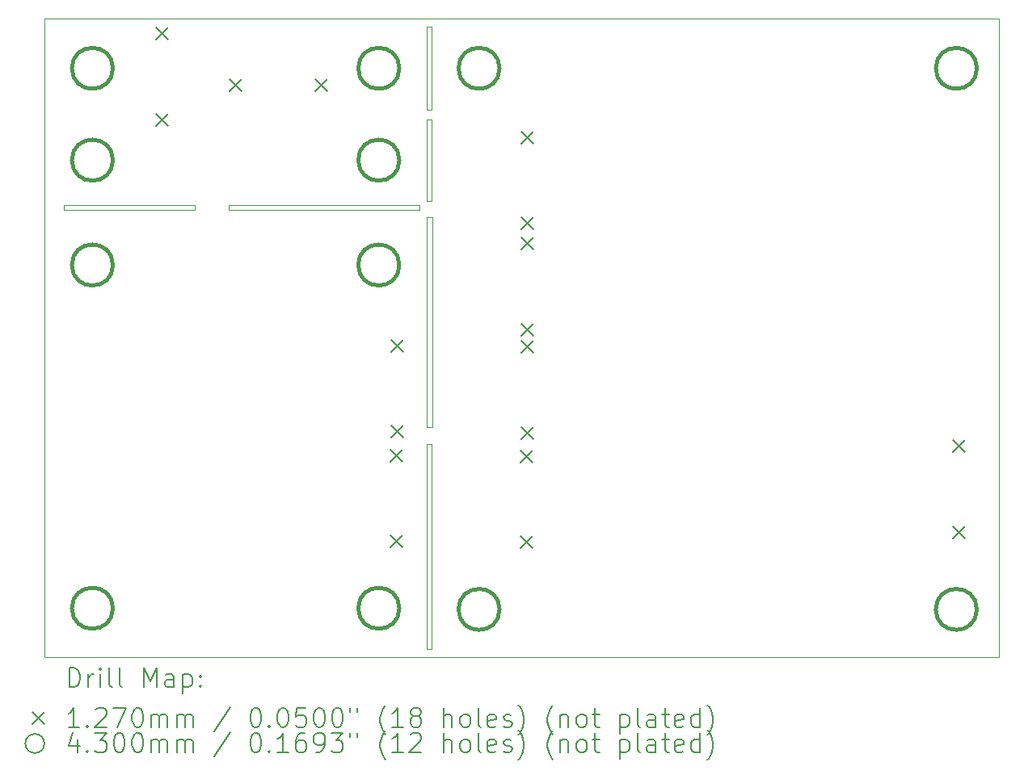
<source format=gbr>
%TF.GenerationSoftware,KiCad,Pcbnew,9.0.1*%
%TF.CreationDate,2025-11-10T14:14:14+08:00*%
%TF.ProjectId,IMD_TSMS_latch_logic,494d445f-5453-44d5-935f-6c617463685f,rev?*%
%TF.SameCoordinates,Original*%
%TF.FileFunction,Drillmap*%
%TF.FilePolarity,Positive*%
%FSLAX45Y45*%
G04 Gerber Fmt 4.5, Leading zero omitted, Abs format (unit mm)*
G04 Created by KiCad (PCBNEW 9.0.1) date 2025-11-10 14:14:14*
%MOMM*%
%LPD*%
G01*
G04 APERTURE LIST*
%ADD10C,0.050000*%
%ADD11C,0.200000*%
%ADD12C,0.127000*%
%ADD13C,0.430000*%
G04 APERTURE END LIST*
D10*
X9925000Y-8975000D02*
X11925000Y-8975000D01*
X11925000Y-9025000D01*
X9925000Y-9025000D01*
X9925000Y-8975000D01*
X8200000Y-8975000D02*
X9575000Y-8975000D01*
X9575000Y-9025000D01*
X8200000Y-9025000D01*
X8200000Y-8975000D01*
X12000000Y-11475000D02*
X12050000Y-11475000D01*
X12050000Y-13625000D01*
X12000000Y-13625000D01*
X12000000Y-11475000D01*
X8000000Y-7012000D02*
X18000000Y-7012000D01*
X18000000Y-13712000D01*
X8000000Y-13712000D01*
X8000000Y-7012000D01*
X12000000Y-9100000D02*
X12065040Y-9100000D01*
X12065040Y-11300000D01*
X12000000Y-11300000D01*
X12000000Y-9100000D01*
X12000000Y-8075000D02*
X12050000Y-8075000D01*
X12050000Y-8925000D01*
X12000000Y-8925000D01*
X12000000Y-8075000D01*
X12000000Y-7100000D02*
X12050000Y-7100000D01*
X12050000Y-7975000D01*
X12000000Y-7975000D01*
X12000000Y-7100000D01*
D11*
D12*
X9165500Y-7111500D02*
X9292500Y-7238500D01*
X9292500Y-7111500D02*
X9165500Y-7238500D01*
X9165500Y-8011500D02*
X9292500Y-8138500D01*
X9292500Y-8011500D02*
X9165500Y-8138500D01*
X9936500Y-7649000D02*
X10063500Y-7776000D01*
X10063500Y-7649000D02*
X9936500Y-7776000D01*
X10836500Y-7649000D02*
X10963500Y-7776000D01*
X10963500Y-7649000D02*
X10836500Y-7776000D01*
X11624000Y-11536500D02*
X11751000Y-11663500D01*
X11751000Y-11536500D02*
X11624000Y-11663500D01*
X11624000Y-12436500D02*
X11751000Y-12563500D01*
X11751000Y-12436500D02*
X11624000Y-12563500D01*
X11632500Y-10386500D02*
X11759500Y-10513500D01*
X11759500Y-10386500D02*
X11632500Y-10513500D01*
X11632500Y-11286500D02*
X11759500Y-11413500D01*
X11759500Y-11286500D02*
X11632500Y-11413500D01*
X12984060Y-11544020D02*
X13111060Y-11671020D01*
X13111060Y-11544020D02*
X12984060Y-11671020D01*
X12984060Y-12444020D02*
X13111060Y-12571020D01*
X13111060Y-12444020D02*
X12984060Y-12571020D01*
X12990500Y-9311500D02*
X13117500Y-9438500D01*
X13117500Y-9311500D02*
X12990500Y-9438500D01*
X12990500Y-10211500D02*
X13117500Y-10338500D01*
X13117500Y-10211500D02*
X12990500Y-10338500D01*
X12991000Y-8196500D02*
X13118000Y-8323500D01*
X13118000Y-8196500D02*
X12991000Y-8323500D01*
X12991000Y-9096500D02*
X13118000Y-9223500D01*
X13118000Y-9096500D02*
X12991000Y-9223500D01*
X12991000Y-10396500D02*
X13118000Y-10523500D01*
X13118000Y-10396500D02*
X12991000Y-10523500D01*
X12991000Y-11296500D02*
X13118000Y-11423500D01*
X13118000Y-11296500D02*
X12991000Y-11423500D01*
X17516260Y-11437060D02*
X17643260Y-11564060D01*
X17643260Y-11437060D02*
X17516260Y-11564060D01*
X17516260Y-12337060D02*
X17643260Y-12464060D01*
X17643260Y-12337060D02*
X17516260Y-12464060D01*
D13*
X8715000Y-7537000D02*
G75*
G02*
X8285000Y-7537000I-215000J0D01*
G01*
X8285000Y-7537000D02*
G75*
G02*
X8715000Y-7537000I215000J0D01*
G01*
X8715000Y-8500000D02*
G75*
G02*
X8285000Y-8500000I-215000J0D01*
G01*
X8285000Y-8500000D02*
G75*
G02*
X8715000Y-8500000I215000J0D01*
G01*
X8715000Y-9600000D02*
G75*
G02*
X8285000Y-9600000I-215000J0D01*
G01*
X8285000Y-9600000D02*
G75*
G02*
X8715000Y-9600000I215000J0D01*
G01*
X8715000Y-13200000D02*
G75*
G02*
X8285000Y-13200000I-215000J0D01*
G01*
X8285000Y-13200000D02*
G75*
G02*
X8715000Y-13200000I215000J0D01*
G01*
X11715000Y-7537000D02*
G75*
G02*
X11285000Y-7537000I-215000J0D01*
G01*
X11285000Y-7537000D02*
G75*
G02*
X11715000Y-7537000I215000J0D01*
G01*
X11715000Y-8500000D02*
G75*
G02*
X11285000Y-8500000I-215000J0D01*
G01*
X11285000Y-8500000D02*
G75*
G02*
X11715000Y-8500000I215000J0D01*
G01*
X11715000Y-9600000D02*
G75*
G02*
X11285000Y-9600000I-215000J0D01*
G01*
X11285000Y-9600000D02*
G75*
G02*
X11715000Y-9600000I215000J0D01*
G01*
X11715000Y-13200000D02*
G75*
G02*
X11285000Y-13200000I-215000J0D01*
G01*
X11285000Y-13200000D02*
G75*
G02*
X11715000Y-13200000I215000J0D01*
G01*
X12765250Y-7537000D02*
G75*
G02*
X12335250Y-7537000I-215000J0D01*
G01*
X12335250Y-7537000D02*
G75*
G02*
X12765250Y-7537000I215000J0D01*
G01*
X12765250Y-13212000D02*
G75*
G02*
X12335250Y-13212000I-215000J0D01*
G01*
X12335250Y-13212000D02*
G75*
G02*
X12765250Y-13212000I215000J0D01*
G01*
X17765250Y-7537000D02*
G75*
G02*
X17335250Y-7537000I-215000J0D01*
G01*
X17335250Y-7537000D02*
G75*
G02*
X17765250Y-7537000I215000J0D01*
G01*
X17765250Y-13212000D02*
G75*
G02*
X17335250Y-13212000I-215000J0D01*
G01*
X17335250Y-13212000D02*
G75*
G02*
X17765250Y-13212000I215000J0D01*
G01*
D11*
X8258277Y-14025984D02*
X8258277Y-13825984D01*
X8258277Y-13825984D02*
X8305896Y-13825984D01*
X8305896Y-13825984D02*
X8334467Y-13835508D01*
X8334467Y-13835508D02*
X8353515Y-13854555D01*
X8353515Y-13854555D02*
X8363039Y-13873603D01*
X8363039Y-13873603D02*
X8372562Y-13911698D01*
X8372562Y-13911698D02*
X8372562Y-13940269D01*
X8372562Y-13940269D02*
X8363039Y-13978365D01*
X8363039Y-13978365D02*
X8353515Y-13997412D01*
X8353515Y-13997412D02*
X8334467Y-14016460D01*
X8334467Y-14016460D02*
X8305896Y-14025984D01*
X8305896Y-14025984D02*
X8258277Y-14025984D01*
X8458277Y-14025984D02*
X8458277Y-13892650D01*
X8458277Y-13930746D02*
X8467801Y-13911698D01*
X8467801Y-13911698D02*
X8477324Y-13902174D01*
X8477324Y-13902174D02*
X8496372Y-13892650D01*
X8496372Y-13892650D02*
X8515420Y-13892650D01*
X8582086Y-14025984D02*
X8582086Y-13892650D01*
X8582086Y-13825984D02*
X8572563Y-13835508D01*
X8572563Y-13835508D02*
X8582086Y-13845031D01*
X8582086Y-13845031D02*
X8591610Y-13835508D01*
X8591610Y-13835508D02*
X8582086Y-13825984D01*
X8582086Y-13825984D02*
X8582086Y-13845031D01*
X8705896Y-14025984D02*
X8686848Y-14016460D01*
X8686848Y-14016460D02*
X8677324Y-13997412D01*
X8677324Y-13997412D02*
X8677324Y-13825984D01*
X8810658Y-14025984D02*
X8791610Y-14016460D01*
X8791610Y-14016460D02*
X8782086Y-13997412D01*
X8782086Y-13997412D02*
X8782086Y-13825984D01*
X9039229Y-14025984D02*
X9039229Y-13825984D01*
X9039229Y-13825984D02*
X9105896Y-13968841D01*
X9105896Y-13968841D02*
X9172563Y-13825984D01*
X9172563Y-13825984D02*
X9172563Y-14025984D01*
X9353515Y-14025984D02*
X9353515Y-13921222D01*
X9353515Y-13921222D02*
X9343991Y-13902174D01*
X9343991Y-13902174D02*
X9324944Y-13892650D01*
X9324944Y-13892650D02*
X9286848Y-13892650D01*
X9286848Y-13892650D02*
X9267801Y-13902174D01*
X9353515Y-14016460D02*
X9334467Y-14025984D01*
X9334467Y-14025984D02*
X9286848Y-14025984D01*
X9286848Y-14025984D02*
X9267801Y-14016460D01*
X9267801Y-14016460D02*
X9258277Y-13997412D01*
X9258277Y-13997412D02*
X9258277Y-13978365D01*
X9258277Y-13978365D02*
X9267801Y-13959317D01*
X9267801Y-13959317D02*
X9286848Y-13949793D01*
X9286848Y-13949793D02*
X9334467Y-13949793D01*
X9334467Y-13949793D02*
X9353515Y-13940269D01*
X9448753Y-13892650D02*
X9448753Y-14092650D01*
X9448753Y-13902174D02*
X9467801Y-13892650D01*
X9467801Y-13892650D02*
X9505896Y-13892650D01*
X9505896Y-13892650D02*
X9524944Y-13902174D01*
X9524944Y-13902174D02*
X9534467Y-13911698D01*
X9534467Y-13911698D02*
X9543991Y-13930746D01*
X9543991Y-13930746D02*
X9543991Y-13987888D01*
X9543991Y-13987888D02*
X9534467Y-14006936D01*
X9534467Y-14006936D02*
X9524944Y-14016460D01*
X9524944Y-14016460D02*
X9505896Y-14025984D01*
X9505896Y-14025984D02*
X9467801Y-14025984D01*
X9467801Y-14025984D02*
X9448753Y-14016460D01*
X9629705Y-14006936D02*
X9639229Y-14016460D01*
X9639229Y-14016460D02*
X9629705Y-14025984D01*
X9629705Y-14025984D02*
X9620182Y-14016460D01*
X9620182Y-14016460D02*
X9629705Y-14006936D01*
X9629705Y-14006936D02*
X9629705Y-14025984D01*
X9629705Y-13902174D02*
X9639229Y-13911698D01*
X9639229Y-13911698D02*
X9629705Y-13921222D01*
X9629705Y-13921222D02*
X9620182Y-13911698D01*
X9620182Y-13911698D02*
X9629705Y-13902174D01*
X9629705Y-13902174D02*
X9629705Y-13921222D01*
D12*
X7870500Y-14291000D02*
X7997500Y-14418000D01*
X7997500Y-14291000D02*
X7870500Y-14418000D01*
D11*
X8363039Y-14445984D02*
X8248753Y-14445984D01*
X8305896Y-14445984D02*
X8305896Y-14245984D01*
X8305896Y-14245984D02*
X8286848Y-14274555D01*
X8286848Y-14274555D02*
X8267801Y-14293603D01*
X8267801Y-14293603D02*
X8248753Y-14303127D01*
X8448753Y-14426936D02*
X8458277Y-14436460D01*
X8458277Y-14436460D02*
X8448753Y-14445984D01*
X8448753Y-14445984D02*
X8439229Y-14436460D01*
X8439229Y-14436460D02*
X8448753Y-14426936D01*
X8448753Y-14426936D02*
X8448753Y-14445984D01*
X8534467Y-14265031D02*
X8543991Y-14255508D01*
X8543991Y-14255508D02*
X8563039Y-14245984D01*
X8563039Y-14245984D02*
X8610658Y-14245984D01*
X8610658Y-14245984D02*
X8629705Y-14255508D01*
X8629705Y-14255508D02*
X8639229Y-14265031D01*
X8639229Y-14265031D02*
X8648753Y-14284079D01*
X8648753Y-14284079D02*
X8648753Y-14303127D01*
X8648753Y-14303127D02*
X8639229Y-14331698D01*
X8639229Y-14331698D02*
X8524944Y-14445984D01*
X8524944Y-14445984D02*
X8648753Y-14445984D01*
X8715420Y-14245984D02*
X8848753Y-14245984D01*
X8848753Y-14245984D02*
X8763039Y-14445984D01*
X8963039Y-14245984D02*
X8982086Y-14245984D01*
X8982086Y-14245984D02*
X9001134Y-14255508D01*
X9001134Y-14255508D02*
X9010658Y-14265031D01*
X9010658Y-14265031D02*
X9020182Y-14284079D01*
X9020182Y-14284079D02*
X9029705Y-14322174D01*
X9029705Y-14322174D02*
X9029705Y-14369793D01*
X9029705Y-14369793D02*
X9020182Y-14407888D01*
X9020182Y-14407888D02*
X9010658Y-14426936D01*
X9010658Y-14426936D02*
X9001134Y-14436460D01*
X9001134Y-14436460D02*
X8982086Y-14445984D01*
X8982086Y-14445984D02*
X8963039Y-14445984D01*
X8963039Y-14445984D02*
X8943991Y-14436460D01*
X8943991Y-14436460D02*
X8934467Y-14426936D01*
X8934467Y-14426936D02*
X8924944Y-14407888D01*
X8924944Y-14407888D02*
X8915420Y-14369793D01*
X8915420Y-14369793D02*
X8915420Y-14322174D01*
X8915420Y-14322174D02*
X8924944Y-14284079D01*
X8924944Y-14284079D02*
X8934467Y-14265031D01*
X8934467Y-14265031D02*
X8943991Y-14255508D01*
X8943991Y-14255508D02*
X8963039Y-14245984D01*
X9115420Y-14445984D02*
X9115420Y-14312650D01*
X9115420Y-14331698D02*
X9124944Y-14322174D01*
X9124944Y-14322174D02*
X9143991Y-14312650D01*
X9143991Y-14312650D02*
X9172563Y-14312650D01*
X9172563Y-14312650D02*
X9191610Y-14322174D01*
X9191610Y-14322174D02*
X9201134Y-14341222D01*
X9201134Y-14341222D02*
X9201134Y-14445984D01*
X9201134Y-14341222D02*
X9210658Y-14322174D01*
X9210658Y-14322174D02*
X9229705Y-14312650D01*
X9229705Y-14312650D02*
X9258277Y-14312650D01*
X9258277Y-14312650D02*
X9277325Y-14322174D01*
X9277325Y-14322174D02*
X9286848Y-14341222D01*
X9286848Y-14341222D02*
X9286848Y-14445984D01*
X9382086Y-14445984D02*
X9382086Y-14312650D01*
X9382086Y-14331698D02*
X9391610Y-14322174D01*
X9391610Y-14322174D02*
X9410658Y-14312650D01*
X9410658Y-14312650D02*
X9439229Y-14312650D01*
X9439229Y-14312650D02*
X9458277Y-14322174D01*
X9458277Y-14322174D02*
X9467801Y-14341222D01*
X9467801Y-14341222D02*
X9467801Y-14445984D01*
X9467801Y-14341222D02*
X9477325Y-14322174D01*
X9477325Y-14322174D02*
X9496372Y-14312650D01*
X9496372Y-14312650D02*
X9524944Y-14312650D01*
X9524944Y-14312650D02*
X9543991Y-14322174D01*
X9543991Y-14322174D02*
X9553515Y-14341222D01*
X9553515Y-14341222D02*
X9553515Y-14445984D01*
X9943991Y-14236460D02*
X9772563Y-14493603D01*
X10201134Y-14245984D02*
X10220182Y-14245984D01*
X10220182Y-14245984D02*
X10239229Y-14255508D01*
X10239229Y-14255508D02*
X10248753Y-14265031D01*
X10248753Y-14265031D02*
X10258277Y-14284079D01*
X10258277Y-14284079D02*
X10267801Y-14322174D01*
X10267801Y-14322174D02*
X10267801Y-14369793D01*
X10267801Y-14369793D02*
X10258277Y-14407888D01*
X10258277Y-14407888D02*
X10248753Y-14426936D01*
X10248753Y-14426936D02*
X10239229Y-14436460D01*
X10239229Y-14436460D02*
X10220182Y-14445984D01*
X10220182Y-14445984D02*
X10201134Y-14445984D01*
X10201134Y-14445984D02*
X10182087Y-14436460D01*
X10182087Y-14436460D02*
X10172563Y-14426936D01*
X10172563Y-14426936D02*
X10163039Y-14407888D01*
X10163039Y-14407888D02*
X10153515Y-14369793D01*
X10153515Y-14369793D02*
X10153515Y-14322174D01*
X10153515Y-14322174D02*
X10163039Y-14284079D01*
X10163039Y-14284079D02*
X10172563Y-14265031D01*
X10172563Y-14265031D02*
X10182087Y-14255508D01*
X10182087Y-14255508D02*
X10201134Y-14245984D01*
X10353515Y-14426936D02*
X10363039Y-14436460D01*
X10363039Y-14436460D02*
X10353515Y-14445984D01*
X10353515Y-14445984D02*
X10343991Y-14436460D01*
X10343991Y-14436460D02*
X10353515Y-14426936D01*
X10353515Y-14426936D02*
X10353515Y-14445984D01*
X10486848Y-14245984D02*
X10505896Y-14245984D01*
X10505896Y-14245984D02*
X10524944Y-14255508D01*
X10524944Y-14255508D02*
X10534468Y-14265031D01*
X10534468Y-14265031D02*
X10543991Y-14284079D01*
X10543991Y-14284079D02*
X10553515Y-14322174D01*
X10553515Y-14322174D02*
X10553515Y-14369793D01*
X10553515Y-14369793D02*
X10543991Y-14407888D01*
X10543991Y-14407888D02*
X10534468Y-14426936D01*
X10534468Y-14426936D02*
X10524944Y-14436460D01*
X10524944Y-14436460D02*
X10505896Y-14445984D01*
X10505896Y-14445984D02*
X10486848Y-14445984D01*
X10486848Y-14445984D02*
X10467801Y-14436460D01*
X10467801Y-14436460D02*
X10458277Y-14426936D01*
X10458277Y-14426936D02*
X10448753Y-14407888D01*
X10448753Y-14407888D02*
X10439229Y-14369793D01*
X10439229Y-14369793D02*
X10439229Y-14322174D01*
X10439229Y-14322174D02*
X10448753Y-14284079D01*
X10448753Y-14284079D02*
X10458277Y-14265031D01*
X10458277Y-14265031D02*
X10467801Y-14255508D01*
X10467801Y-14255508D02*
X10486848Y-14245984D01*
X10734468Y-14245984D02*
X10639229Y-14245984D01*
X10639229Y-14245984D02*
X10629706Y-14341222D01*
X10629706Y-14341222D02*
X10639229Y-14331698D01*
X10639229Y-14331698D02*
X10658277Y-14322174D01*
X10658277Y-14322174D02*
X10705896Y-14322174D01*
X10705896Y-14322174D02*
X10724944Y-14331698D01*
X10724944Y-14331698D02*
X10734468Y-14341222D01*
X10734468Y-14341222D02*
X10743991Y-14360269D01*
X10743991Y-14360269D02*
X10743991Y-14407888D01*
X10743991Y-14407888D02*
X10734468Y-14426936D01*
X10734468Y-14426936D02*
X10724944Y-14436460D01*
X10724944Y-14436460D02*
X10705896Y-14445984D01*
X10705896Y-14445984D02*
X10658277Y-14445984D01*
X10658277Y-14445984D02*
X10639229Y-14436460D01*
X10639229Y-14436460D02*
X10629706Y-14426936D01*
X10867801Y-14245984D02*
X10886849Y-14245984D01*
X10886849Y-14245984D02*
X10905896Y-14255508D01*
X10905896Y-14255508D02*
X10915420Y-14265031D01*
X10915420Y-14265031D02*
X10924944Y-14284079D01*
X10924944Y-14284079D02*
X10934468Y-14322174D01*
X10934468Y-14322174D02*
X10934468Y-14369793D01*
X10934468Y-14369793D02*
X10924944Y-14407888D01*
X10924944Y-14407888D02*
X10915420Y-14426936D01*
X10915420Y-14426936D02*
X10905896Y-14436460D01*
X10905896Y-14436460D02*
X10886849Y-14445984D01*
X10886849Y-14445984D02*
X10867801Y-14445984D01*
X10867801Y-14445984D02*
X10848753Y-14436460D01*
X10848753Y-14436460D02*
X10839229Y-14426936D01*
X10839229Y-14426936D02*
X10829706Y-14407888D01*
X10829706Y-14407888D02*
X10820182Y-14369793D01*
X10820182Y-14369793D02*
X10820182Y-14322174D01*
X10820182Y-14322174D02*
X10829706Y-14284079D01*
X10829706Y-14284079D02*
X10839229Y-14265031D01*
X10839229Y-14265031D02*
X10848753Y-14255508D01*
X10848753Y-14255508D02*
X10867801Y-14245984D01*
X11058277Y-14245984D02*
X11077325Y-14245984D01*
X11077325Y-14245984D02*
X11096372Y-14255508D01*
X11096372Y-14255508D02*
X11105896Y-14265031D01*
X11105896Y-14265031D02*
X11115420Y-14284079D01*
X11115420Y-14284079D02*
X11124944Y-14322174D01*
X11124944Y-14322174D02*
X11124944Y-14369793D01*
X11124944Y-14369793D02*
X11115420Y-14407888D01*
X11115420Y-14407888D02*
X11105896Y-14426936D01*
X11105896Y-14426936D02*
X11096372Y-14436460D01*
X11096372Y-14436460D02*
X11077325Y-14445984D01*
X11077325Y-14445984D02*
X11058277Y-14445984D01*
X11058277Y-14445984D02*
X11039229Y-14436460D01*
X11039229Y-14436460D02*
X11029706Y-14426936D01*
X11029706Y-14426936D02*
X11020182Y-14407888D01*
X11020182Y-14407888D02*
X11010658Y-14369793D01*
X11010658Y-14369793D02*
X11010658Y-14322174D01*
X11010658Y-14322174D02*
X11020182Y-14284079D01*
X11020182Y-14284079D02*
X11029706Y-14265031D01*
X11029706Y-14265031D02*
X11039229Y-14255508D01*
X11039229Y-14255508D02*
X11058277Y-14245984D01*
X11201134Y-14245984D02*
X11201134Y-14284079D01*
X11277325Y-14245984D02*
X11277325Y-14284079D01*
X11572563Y-14522174D02*
X11563039Y-14512650D01*
X11563039Y-14512650D02*
X11543991Y-14484079D01*
X11543991Y-14484079D02*
X11534468Y-14465031D01*
X11534468Y-14465031D02*
X11524944Y-14436460D01*
X11524944Y-14436460D02*
X11515420Y-14388841D01*
X11515420Y-14388841D02*
X11515420Y-14350746D01*
X11515420Y-14350746D02*
X11524944Y-14303127D01*
X11524944Y-14303127D02*
X11534468Y-14274555D01*
X11534468Y-14274555D02*
X11543991Y-14255508D01*
X11543991Y-14255508D02*
X11563039Y-14226936D01*
X11563039Y-14226936D02*
X11572563Y-14217412D01*
X11753515Y-14445984D02*
X11639229Y-14445984D01*
X11696372Y-14445984D02*
X11696372Y-14245984D01*
X11696372Y-14245984D02*
X11677325Y-14274555D01*
X11677325Y-14274555D02*
X11658277Y-14293603D01*
X11658277Y-14293603D02*
X11639229Y-14303127D01*
X11867801Y-14331698D02*
X11848753Y-14322174D01*
X11848753Y-14322174D02*
X11839229Y-14312650D01*
X11839229Y-14312650D02*
X11829706Y-14293603D01*
X11829706Y-14293603D02*
X11829706Y-14284079D01*
X11829706Y-14284079D02*
X11839229Y-14265031D01*
X11839229Y-14265031D02*
X11848753Y-14255508D01*
X11848753Y-14255508D02*
X11867801Y-14245984D01*
X11867801Y-14245984D02*
X11905896Y-14245984D01*
X11905896Y-14245984D02*
X11924944Y-14255508D01*
X11924944Y-14255508D02*
X11934468Y-14265031D01*
X11934468Y-14265031D02*
X11943991Y-14284079D01*
X11943991Y-14284079D02*
X11943991Y-14293603D01*
X11943991Y-14293603D02*
X11934468Y-14312650D01*
X11934468Y-14312650D02*
X11924944Y-14322174D01*
X11924944Y-14322174D02*
X11905896Y-14331698D01*
X11905896Y-14331698D02*
X11867801Y-14331698D01*
X11867801Y-14331698D02*
X11848753Y-14341222D01*
X11848753Y-14341222D02*
X11839229Y-14350746D01*
X11839229Y-14350746D02*
X11829706Y-14369793D01*
X11829706Y-14369793D02*
X11829706Y-14407888D01*
X11829706Y-14407888D02*
X11839229Y-14426936D01*
X11839229Y-14426936D02*
X11848753Y-14436460D01*
X11848753Y-14436460D02*
X11867801Y-14445984D01*
X11867801Y-14445984D02*
X11905896Y-14445984D01*
X11905896Y-14445984D02*
X11924944Y-14436460D01*
X11924944Y-14436460D02*
X11934468Y-14426936D01*
X11934468Y-14426936D02*
X11943991Y-14407888D01*
X11943991Y-14407888D02*
X11943991Y-14369793D01*
X11943991Y-14369793D02*
X11934468Y-14350746D01*
X11934468Y-14350746D02*
X11924944Y-14341222D01*
X11924944Y-14341222D02*
X11905896Y-14331698D01*
X12182087Y-14445984D02*
X12182087Y-14245984D01*
X12267801Y-14445984D02*
X12267801Y-14341222D01*
X12267801Y-14341222D02*
X12258277Y-14322174D01*
X12258277Y-14322174D02*
X12239230Y-14312650D01*
X12239230Y-14312650D02*
X12210658Y-14312650D01*
X12210658Y-14312650D02*
X12191610Y-14322174D01*
X12191610Y-14322174D02*
X12182087Y-14331698D01*
X12391610Y-14445984D02*
X12372563Y-14436460D01*
X12372563Y-14436460D02*
X12363039Y-14426936D01*
X12363039Y-14426936D02*
X12353515Y-14407888D01*
X12353515Y-14407888D02*
X12353515Y-14350746D01*
X12353515Y-14350746D02*
X12363039Y-14331698D01*
X12363039Y-14331698D02*
X12372563Y-14322174D01*
X12372563Y-14322174D02*
X12391610Y-14312650D01*
X12391610Y-14312650D02*
X12420182Y-14312650D01*
X12420182Y-14312650D02*
X12439230Y-14322174D01*
X12439230Y-14322174D02*
X12448753Y-14331698D01*
X12448753Y-14331698D02*
X12458277Y-14350746D01*
X12458277Y-14350746D02*
X12458277Y-14407888D01*
X12458277Y-14407888D02*
X12448753Y-14426936D01*
X12448753Y-14426936D02*
X12439230Y-14436460D01*
X12439230Y-14436460D02*
X12420182Y-14445984D01*
X12420182Y-14445984D02*
X12391610Y-14445984D01*
X12572563Y-14445984D02*
X12553515Y-14436460D01*
X12553515Y-14436460D02*
X12543991Y-14417412D01*
X12543991Y-14417412D02*
X12543991Y-14245984D01*
X12724944Y-14436460D02*
X12705896Y-14445984D01*
X12705896Y-14445984D02*
X12667801Y-14445984D01*
X12667801Y-14445984D02*
X12648753Y-14436460D01*
X12648753Y-14436460D02*
X12639230Y-14417412D01*
X12639230Y-14417412D02*
X12639230Y-14341222D01*
X12639230Y-14341222D02*
X12648753Y-14322174D01*
X12648753Y-14322174D02*
X12667801Y-14312650D01*
X12667801Y-14312650D02*
X12705896Y-14312650D01*
X12705896Y-14312650D02*
X12724944Y-14322174D01*
X12724944Y-14322174D02*
X12734468Y-14341222D01*
X12734468Y-14341222D02*
X12734468Y-14360269D01*
X12734468Y-14360269D02*
X12639230Y-14379317D01*
X12810658Y-14436460D02*
X12829706Y-14445984D01*
X12829706Y-14445984D02*
X12867801Y-14445984D01*
X12867801Y-14445984D02*
X12886849Y-14436460D01*
X12886849Y-14436460D02*
X12896372Y-14417412D01*
X12896372Y-14417412D02*
X12896372Y-14407888D01*
X12896372Y-14407888D02*
X12886849Y-14388841D01*
X12886849Y-14388841D02*
X12867801Y-14379317D01*
X12867801Y-14379317D02*
X12839230Y-14379317D01*
X12839230Y-14379317D02*
X12820182Y-14369793D01*
X12820182Y-14369793D02*
X12810658Y-14350746D01*
X12810658Y-14350746D02*
X12810658Y-14341222D01*
X12810658Y-14341222D02*
X12820182Y-14322174D01*
X12820182Y-14322174D02*
X12839230Y-14312650D01*
X12839230Y-14312650D02*
X12867801Y-14312650D01*
X12867801Y-14312650D02*
X12886849Y-14322174D01*
X12963039Y-14522174D02*
X12972563Y-14512650D01*
X12972563Y-14512650D02*
X12991611Y-14484079D01*
X12991611Y-14484079D02*
X13001134Y-14465031D01*
X13001134Y-14465031D02*
X13010658Y-14436460D01*
X13010658Y-14436460D02*
X13020182Y-14388841D01*
X13020182Y-14388841D02*
X13020182Y-14350746D01*
X13020182Y-14350746D02*
X13010658Y-14303127D01*
X13010658Y-14303127D02*
X13001134Y-14274555D01*
X13001134Y-14274555D02*
X12991611Y-14255508D01*
X12991611Y-14255508D02*
X12972563Y-14226936D01*
X12972563Y-14226936D02*
X12963039Y-14217412D01*
X13324944Y-14522174D02*
X13315420Y-14512650D01*
X13315420Y-14512650D02*
X13296372Y-14484079D01*
X13296372Y-14484079D02*
X13286849Y-14465031D01*
X13286849Y-14465031D02*
X13277325Y-14436460D01*
X13277325Y-14436460D02*
X13267801Y-14388841D01*
X13267801Y-14388841D02*
X13267801Y-14350746D01*
X13267801Y-14350746D02*
X13277325Y-14303127D01*
X13277325Y-14303127D02*
X13286849Y-14274555D01*
X13286849Y-14274555D02*
X13296372Y-14255508D01*
X13296372Y-14255508D02*
X13315420Y-14226936D01*
X13315420Y-14226936D02*
X13324944Y-14217412D01*
X13401134Y-14312650D02*
X13401134Y-14445984D01*
X13401134Y-14331698D02*
X13410658Y-14322174D01*
X13410658Y-14322174D02*
X13429706Y-14312650D01*
X13429706Y-14312650D02*
X13458277Y-14312650D01*
X13458277Y-14312650D02*
X13477325Y-14322174D01*
X13477325Y-14322174D02*
X13486849Y-14341222D01*
X13486849Y-14341222D02*
X13486849Y-14445984D01*
X13610658Y-14445984D02*
X13591611Y-14436460D01*
X13591611Y-14436460D02*
X13582087Y-14426936D01*
X13582087Y-14426936D02*
X13572563Y-14407888D01*
X13572563Y-14407888D02*
X13572563Y-14350746D01*
X13572563Y-14350746D02*
X13582087Y-14331698D01*
X13582087Y-14331698D02*
X13591611Y-14322174D01*
X13591611Y-14322174D02*
X13610658Y-14312650D01*
X13610658Y-14312650D02*
X13639230Y-14312650D01*
X13639230Y-14312650D02*
X13658277Y-14322174D01*
X13658277Y-14322174D02*
X13667801Y-14331698D01*
X13667801Y-14331698D02*
X13677325Y-14350746D01*
X13677325Y-14350746D02*
X13677325Y-14407888D01*
X13677325Y-14407888D02*
X13667801Y-14426936D01*
X13667801Y-14426936D02*
X13658277Y-14436460D01*
X13658277Y-14436460D02*
X13639230Y-14445984D01*
X13639230Y-14445984D02*
X13610658Y-14445984D01*
X13734468Y-14312650D02*
X13810658Y-14312650D01*
X13763039Y-14245984D02*
X13763039Y-14417412D01*
X13763039Y-14417412D02*
X13772563Y-14436460D01*
X13772563Y-14436460D02*
X13791611Y-14445984D01*
X13791611Y-14445984D02*
X13810658Y-14445984D01*
X14029706Y-14312650D02*
X14029706Y-14512650D01*
X14029706Y-14322174D02*
X14048753Y-14312650D01*
X14048753Y-14312650D02*
X14086849Y-14312650D01*
X14086849Y-14312650D02*
X14105896Y-14322174D01*
X14105896Y-14322174D02*
X14115420Y-14331698D01*
X14115420Y-14331698D02*
X14124944Y-14350746D01*
X14124944Y-14350746D02*
X14124944Y-14407888D01*
X14124944Y-14407888D02*
X14115420Y-14426936D01*
X14115420Y-14426936D02*
X14105896Y-14436460D01*
X14105896Y-14436460D02*
X14086849Y-14445984D01*
X14086849Y-14445984D02*
X14048753Y-14445984D01*
X14048753Y-14445984D02*
X14029706Y-14436460D01*
X14239230Y-14445984D02*
X14220182Y-14436460D01*
X14220182Y-14436460D02*
X14210658Y-14417412D01*
X14210658Y-14417412D02*
X14210658Y-14245984D01*
X14401134Y-14445984D02*
X14401134Y-14341222D01*
X14401134Y-14341222D02*
X14391611Y-14322174D01*
X14391611Y-14322174D02*
X14372563Y-14312650D01*
X14372563Y-14312650D02*
X14334468Y-14312650D01*
X14334468Y-14312650D02*
X14315420Y-14322174D01*
X14401134Y-14436460D02*
X14382087Y-14445984D01*
X14382087Y-14445984D02*
X14334468Y-14445984D01*
X14334468Y-14445984D02*
X14315420Y-14436460D01*
X14315420Y-14436460D02*
X14305896Y-14417412D01*
X14305896Y-14417412D02*
X14305896Y-14398365D01*
X14305896Y-14398365D02*
X14315420Y-14379317D01*
X14315420Y-14379317D02*
X14334468Y-14369793D01*
X14334468Y-14369793D02*
X14382087Y-14369793D01*
X14382087Y-14369793D02*
X14401134Y-14360269D01*
X14467801Y-14312650D02*
X14543992Y-14312650D01*
X14496373Y-14245984D02*
X14496373Y-14417412D01*
X14496373Y-14417412D02*
X14505896Y-14436460D01*
X14505896Y-14436460D02*
X14524944Y-14445984D01*
X14524944Y-14445984D02*
X14543992Y-14445984D01*
X14686849Y-14436460D02*
X14667801Y-14445984D01*
X14667801Y-14445984D02*
X14629706Y-14445984D01*
X14629706Y-14445984D02*
X14610658Y-14436460D01*
X14610658Y-14436460D02*
X14601134Y-14417412D01*
X14601134Y-14417412D02*
X14601134Y-14341222D01*
X14601134Y-14341222D02*
X14610658Y-14322174D01*
X14610658Y-14322174D02*
X14629706Y-14312650D01*
X14629706Y-14312650D02*
X14667801Y-14312650D01*
X14667801Y-14312650D02*
X14686849Y-14322174D01*
X14686849Y-14322174D02*
X14696373Y-14341222D01*
X14696373Y-14341222D02*
X14696373Y-14360269D01*
X14696373Y-14360269D02*
X14601134Y-14379317D01*
X14867801Y-14445984D02*
X14867801Y-14245984D01*
X14867801Y-14436460D02*
X14848754Y-14445984D01*
X14848754Y-14445984D02*
X14810658Y-14445984D01*
X14810658Y-14445984D02*
X14791611Y-14436460D01*
X14791611Y-14436460D02*
X14782087Y-14426936D01*
X14782087Y-14426936D02*
X14772563Y-14407888D01*
X14772563Y-14407888D02*
X14772563Y-14350746D01*
X14772563Y-14350746D02*
X14782087Y-14331698D01*
X14782087Y-14331698D02*
X14791611Y-14322174D01*
X14791611Y-14322174D02*
X14810658Y-14312650D01*
X14810658Y-14312650D02*
X14848754Y-14312650D01*
X14848754Y-14312650D02*
X14867801Y-14322174D01*
X14943992Y-14522174D02*
X14953515Y-14512650D01*
X14953515Y-14512650D02*
X14972563Y-14484079D01*
X14972563Y-14484079D02*
X14982087Y-14465031D01*
X14982087Y-14465031D02*
X14991611Y-14436460D01*
X14991611Y-14436460D02*
X15001134Y-14388841D01*
X15001134Y-14388841D02*
X15001134Y-14350746D01*
X15001134Y-14350746D02*
X14991611Y-14303127D01*
X14991611Y-14303127D02*
X14982087Y-14274555D01*
X14982087Y-14274555D02*
X14972563Y-14255508D01*
X14972563Y-14255508D02*
X14953515Y-14226936D01*
X14953515Y-14226936D02*
X14943992Y-14217412D01*
X7997500Y-14618500D02*
G75*
G02*
X7797500Y-14618500I-100000J0D01*
G01*
X7797500Y-14618500D02*
G75*
G02*
X7997500Y-14618500I100000J0D01*
G01*
X8343991Y-14576650D02*
X8343991Y-14709984D01*
X8296372Y-14500460D02*
X8248753Y-14643317D01*
X8248753Y-14643317D02*
X8372562Y-14643317D01*
X8448753Y-14690936D02*
X8458277Y-14700460D01*
X8458277Y-14700460D02*
X8448753Y-14709984D01*
X8448753Y-14709984D02*
X8439229Y-14700460D01*
X8439229Y-14700460D02*
X8448753Y-14690936D01*
X8448753Y-14690936D02*
X8448753Y-14709984D01*
X8524944Y-14509984D02*
X8648753Y-14509984D01*
X8648753Y-14509984D02*
X8582086Y-14586174D01*
X8582086Y-14586174D02*
X8610658Y-14586174D01*
X8610658Y-14586174D02*
X8629705Y-14595698D01*
X8629705Y-14595698D02*
X8639229Y-14605222D01*
X8639229Y-14605222D02*
X8648753Y-14624269D01*
X8648753Y-14624269D02*
X8648753Y-14671888D01*
X8648753Y-14671888D02*
X8639229Y-14690936D01*
X8639229Y-14690936D02*
X8629705Y-14700460D01*
X8629705Y-14700460D02*
X8610658Y-14709984D01*
X8610658Y-14709984D02*
X8553515Y-14709984D01*
X8553515Y-14709984D02*
X8534467Y-14700460D01*
X8534467Y-14700460D02*
X8524944Y-14690936D01*
X8772563Y-14509984D02*
X8791610Y-14509984D01*
X8791610Y-14509984D02*
X8810658Y-14519508D01*
X8810658Y-14519508D02*
X8820182Y-14529031D01*
X8820182Y-14529031D02*
X8829705Y-14548079D01*
X8829705Y-14548079D02*
X8839229Y-14586174D01*
X8839229Y-14586174D02*
X8839229Y-14633793D01*
X8839229Y-14633793D02*
X8829705Y-14671888D01*
X8829705Y-14671888D02*
X8820182Y-14690936D01*
X8820182Y-14690936D02*
X8810658Y-14700460D01*
X8810658Y-14700460D02*
X8791610Y-14709984D01*
X8791610Y-14709984D02*
X8772563Y-14709984D01*
X8772563Y-14709984D02*
X8753515Y-14700460D01*
X8753515Y-14700460D02*
X8743991Y-14690936D01*
X8743991Y-14690936D02*
X8734467Y-14671888D01*
X8734467Y-14671888D02*
X8724944Y-14633793D01*
X8724944Y-14633793D02*
X8724944Y-14586174D01*
X8724944Y-14586174D02*
X8734467Y-14548079D01*
X8734467Y-14548079D02*
X8743991Y-14529031D01*
X8743991Y-14529031D02*
X8753515Y-14519508D01*
X8753515Y-14519508D02*
X8772563Y-14509984D01*
X8963039Y-14509984D02*
X8982086Y-14509984D01*
X8982086Y-14509984D02*
X9001134Y-14519508D01*
X9001134Y-14519508D02*
X9010658Y-14529031D01*
X9010658Y-14529031D02*
X9020182Y-14548079D01*
X9020182Y-14548079D02*
X9029705Y-14586174D01*
X9029705Y-14586174D02*
X9029705Y-14633793D01*
X9029705Y-14633793D02*
X9020182Y-14671888D01*
X9020182Y-14671888D02*
X9010658Y-14690936D01*
X9010658Y-14690936D02*
X9001134Y-14700460D01*
X9001134Y-14700460D02*
X8982086Y-14709984D01*
X8982086Y-14709984D02*
X8963039Y-14709984D01*
X8963039Y-14709984D02*
X8943991Y-14700460D01*
X8943991Y-14700460D02*
X8934467Y-14690936D01*
X8934467Y-14690936D02*
X8924944Y-14671888D01*
X8924944Y-14671888D02*
X8915420Y-14633793D01*
X8915420Y-14633793D02*
X8915420Y-14586174D01*
X8915420Y-14586174D02*
X8924944Y-14548079D01*
X8924944Y-14548079D02*
X8934467Y-14529031D01*
X8934467Y-14529031D02*
X8943991Y-14519508D01*
X8943991Y-14519508D02*
X8963039Y-14509984D01*
X9115420Y-14709984D02*
X9115420Y-14576650D01*
X9115420Y-14595698D02*
X9124944Y-14586174D01*
X9124944Y-14586174D02*
X9143991Y-14576650D01*
X9143991Y-14576650D02*
X9172563Y-14576650D01*
X9172563Y-14576650D02*
X9191610Y-14586174D01*
X9191610Y-14586174D02*
X9201134Y-14605222D01*
X9201134Y-14605222D02*
X9201134Y-14709984D01*
X9201134Y-14605222D02*
X9210658Y-14586174D01*
X9210658Y-14586174D02*
X9229705Y-14576650D01*
X9229705Y-14576650D02*
X9258277Y-14576650D01*
X9258277Y-14576650D02*
X9277325Y-14586174D01*
X9277325Y-14586174D02*
X9286848Y-14605222D01*
X9286848Y-14605222D02*
X9286848Y-14709984D01*
X9382086Y-14709984D02*
X9382086Y-14576650D01*
X9382086Y-14595698D02*
X9391610Y-14586174D01*
X9391610Y-14586174D02*
X9410658Y-14576650D01*
X9410658Y-14576650D02*
X9439229Y-14576650D01*
X9439229Y-14576650D02*
X9458277Y-14586174D01*
X9458277Y-14586174D02*
X9467801Y-14605222D01*
X9467801Y-14605222D02*
X9467801Y-14709984D01*
X9467801Y-14605222D02*
X9477325Y-14586174D01*
X9477325Y-14586174D02*
X9496372Y-14576650D01*
X9496372Y-14576650D02*
X9524944Y-14576650D01*
X9524944Y-14576650D02*
X9543991Y-14586174D01*
X9543991Y-14586174D02*
X9553515Y-14605222D01*
X9553515Y-14605222D02*
X9553515Y-14709984D01*
X9943991Y-14500460D02*
X9772563Y-14757603D01*
X10201134Y-14509984D02*
X10220182Y-14509984D01*
X10220182Y-14509984D02*
X10239229Y-14519508D01*
X10239229Y-14519508D02*
X10248753Y-14529031D01*
X10248753Y-14529031D02*
X10258277Y-14548079D01*
X10258277Y-14548079D02*
X10267801Y-14586174D01*
X10267801Y-14586174D02*
X10267801Y-14633793D01*
X10267801Y-14633793D02*
X10258277Y-14671888D01*
X10258277Y-14671888D02*
X10248753Y-14690936D01*
X10248753Y-14690936D02*
X10239229Y-14700460D01*
X10239229Y-14700460D02*
X10220182Y-14709984D01*
X10220182Y-14709984D02*
X10201134Y-14709984D01*
X10201134Y-14709984D02*
X10182087Y-14700460D01*
X10182087Y-14700460D02*
X10172563Y-14690936D01*
X10172563Y-14690936D02*
X10163039Y-14671888D01*
X10163039Y-14671888D02*
X10153515Y-14633793D01*
X10153515Y-14633793D02*
X10153515Y-14586174D01*
X10153515Y-14586174D02*
X10163039Y-14548079D01*
X10163039Y-14548079D02*
X10172563Y-14529031D01*
X10172563Y-14529031D02*
X10182087Y-14519508D01*
X10182087Y-14519508D02*
X10201134Y-14509984D01*
X10353515Y-14690936D02*
X10363039Y-14700460D01*
X10363039Y-14700460D02*
X10353515Y-14709984D01*
X10353515Y-14709984D02*
X10343991Y-14700460D01*
X10343991Y-14700460D02*
X10353515Y-14690936D01*
X10353515Y-14690936D02*
X10353515Y-14709984D01*
X10553515Y-14709984D02*
X10439229Y-14709984D01*
X10496372Y-14709984D02*
X10496372Y-14509984D01*
X10496372Y-14509984D02*
X10477325Y-14538555D01*
X10477325Y-14538555D02*
X10458277Y-14557603D01*
X10458277Y-14557603D02*
X10439229Y-14567127D01*
X10724944Y-14509984D02*
X10686848Y-14509984D01*
X10686848Y-14509984D02*
X10667801Y-14519508D01*
X10667801Y-14519508D02*
X10658277Y-14529031D01*
X10658277Y-14529031D02*
X10639229Y-14557603D01*
X10639229Y-14557603D02*
X10629706Y-14595698D01*
X10629706Y-14595698D02*
X10629706Y-14671888D01*
X10629706Y-14671888D02*
X10639229Y-14690936D01*
X10639229Y-14690936D02*
X10648753Y-14700460D01*
X10648753Y-14700460D02*
X10667801Y-14709984D01*
X10667801Y-14709984D02*
X10705896Y-14709984D01*
X10705896Y-14709984D02*
X10724944Y-14700460D01*
X10724944Y-14700460D02*
X10734468Y-14690936D01*
X10734468Y-14690936D02*
X10743991Y-14671888D01*
X10743991Y-14671888D02*
X10743991Y-14624269D01*
X10743991Y-14624269D02*
X10734468Y-14605222D01*
X10734468Y-14605222D02*
X10724944Y-14595698D01*
X10724944Y-14595698D02*
X10705896Y-14586174D01*
X10705896Y-14586174D02*
X10667801Y-14586174D01*
X10667801Y-14586174D02*
X10648753Y-14595698D01*
X10648753Y-14595698D02*
X10639229Y-14605222D01*
X10639229Y-14605222D02*
X10629706Y-14624269D01*
X10839229Y-14709984D02*
X10877325Y-14709984D01*
X10877325Y-14709984D02*
X10896372Y-14700460D01*
X10896372Y-14700460D02*
X10905896Y-14690936D01*
X10905896Y-14690936D02*
X10924944Y-14662365D01*
X10924944Y-14662365D02*
X10934468Y-14624269D01*
X10934468Y-14624269D02*
X10934468Y-14548079D01*
X10934468Y-14548079D02*
X10924944Y-14529031D01*
X10924944Y-14529031D02*
X10915420Y-14519508D01*
X10915420Y-14519508D02*
X10896372Y-14509984D01*
X10896372Y-14509984D02*
X10858277Y-14509984D01*
X10858277Y-14509984D02*
X10839229Y-14519508D01*
X10839229Y-14519508D02*
X10829706Y-14529031D01*
X10829706Y-14529031D02*
X10820182Y-14548079D01*
X10820182Y-14548079D02*
X10820182Y-14595698D01*
X10820182Y-14595698D02*
X10829706Y-14614746D01*
X10829706Y-14614746D02*
X10839229Y-14624269D01*
X10839229Y-14624269D02*
X10858277Y-14633793D01*
X10858277Y-14633793D02*
X10896372Y-14633793D01*
X10896372Y-14633793D02*
X10915420Y-14624269D01*
X10915420Y-14624269D02*
X10924944Y-14614746D01*
X10924944Y-14614746D02*
X10934468Y-14595698D01*
X11001134Y-14509984D02*
X11124944Y-14509984D01*
X11124944Y-14509984D02*
X11058277Y-14586174D01*
X11058277Y-14586174D02*
X11086849Y-14586174D01*
X11086849Y-14586174D02*
X11105896Y-14595698D01*
X11105896Y-14595698D02*
X11115420Y-14605222D01*
X11115420Y-14605222D02*
X11124944Y-14624269D01*
X11124944Y-14624269D02*
X11124944Y-14671888D01*
X11124944Y-14671888D02*
X11115420Y-14690936D01*
X11115420Y-14690936D02*
X11105896Y-14700460D01*
X11105896Y-14700460D02*
X11086849Y-14709984D01*
X11086849Y-14709984D02*
X11029706Y-14709984D01*
X11029706Y-14709984D02*
X11010658Y-14700460D01*
X11010658Y-14700460D02*
X11001134Y-14690936D01*
X11201134Y-14509984D02*
X11201134Y-14548079D01*
X11277325Y-14509984D02*
X11277325Y-14548079D01*
X11572563Y-14786174D02*
X11563039Y-14776650D01*
X11563039Y-14776650D02*
X11543991Y-14748079D01*
X11543991Y-14748079D02*
X11534468Y-14729031D01*
X11534468Y-14729031D02*
X11524944Y-14700460D01*
X11524944Y-14700460D02*
X11515420Y-14652841D01*
X11515420Y-14652841D02*
X11515420Y-14614746D01*
X11515420Y-14614746D02*
X11524944Y-14567127D01*
X11524944Y-14567127D02*
X11534468Y-14538555D01*
X11534468Y-14538555D02*
X11543991Y-14519508D01*
X11543991Y-14519508D02*
X11563039Y-14490936D01*
X11563039Y-14490936D02*
X11572563Y-14481412D01*
X11753515Y-14709984D02*
X11639229Y-14709984D01*
X11696372Y-14709984D02*
X11696372Y-14509984D01*
X11696372Y-14509984D02*
X11677325Y-14538555D01*
X11677325Y-14538555D02*
X11658277Y-14557603D01*
X11658277Y-14557603D02*
X11639229Y-14567127D01*
X11829706Y-14529031D02*
X11839229Y-14519508D01*
X11839229Y-14519508D02*
X11858277Y-14509984D01*
X11858277Y-14509984D02*
X11905896Y-14509984D01*
X11905896Y-14509984D02*
X11924944Y-14519508D01*
X11924944Y-14519508D02*
X11934468Y-14529031D01*
X11934468Y-14529031D02*
X11943991Y-14548079D01*
X11943991Y-14548079D02*
X11943991Y-14567127D01*
X11943991Y-14567127D02*
X11934468Y-14595698D01*
X11934468Y-14595698D02*
X11820182Y-14709984D01*
X11820182Y-14709984D02*
X11943991Y-14709984D01*
X12182087Y-14709984D02*
X12182087Y-14509984D01*
X12267801Y-14709984D02*
X12267801Y-14605222D01*
X12267801Y-14605222D02*
X12258277Y-14586174D01*
X12258277Y-14586174D02*
X12239230Y-14576650D01*
X12239230Y-14576650D02*
X12210658Y-14576650D01*
X12210658Y-14576650D02*
X12191610Y-14586174D01*
X12191610Y-14586174D02*
X12182087Y-14595698D01*
X12391610Y-14709984D02*
X12372563Y-14700460D01*
X12372563Y-14700460D02*
X12363039Y-14690936D01*
X12363039Y-14690936D02*
X12353515Y-14671888D01*
X12353515Y-14671888D02*
X12353515Y-14614746D01*
X12353515Y-14614746D02*
X12363039Y-14595698D01*
X12363039Y-14595698D02*
X12372563Y-14586174D01*
X12372563Y-14586174D02*
X12391610Y-14576650D01*
X12391610Y-14576650D02*
X12420182Y-14576650D01*
X12420182Y-14576650D02*
X12439230Y-14586174D01*
X12439230Y-14586174D02*
X12448753Y-14595698D01*
X12448753Y-14595698D02*
X12458277Y-14614746D01*
X12458277Y-14614746D02*
X12458277Y-14671888D01*
X12458277Y-14671888D02*
X12448753Y-14690936D01*
X12448753Y-14690936D02*
X12439230Y-14700460D01*
X12439230Y-14700460D02*
X12420182Y-14709984D01*
X12420182Y-14709984D02*
X12391610Y-14709984D01*
X12572563Y-14709984D02*
X12553515Y-14700460D01*
X12553515Y-14700460D02*
X12543991Y-14681412D01*
X12543991Y-14681412D02*
X12543991Y-14509984D01*
X12724944Y-14700460D02*
X12705896Y-14709984D01*
X12705896Y-14709984D02*
X12667801Y-14709984D01*
X12667801Y-14709984D02*
X12648753Y-14700460D01*
X12648753Y-14700460D02*
X12639230Y-14681412D01*
X12639230Y-14681412D02*
X12639230Y-14605222D01*
X12639230Y-14605222D02*
X12648753Y-14586174D01*
X12648753Y-14586174D02*
X12667801Y-14576650D01*
X12667801Y-14576650D02*
X12705896Y-14576650D01*
X12705896Y-14576650D02*
X12724944Y-14586174D01*
X12724944Y-14586174D02*
X12734468Y-14605222D01*
X12734468Y-14605222D02*
X12734468Y-14624269D01*
X12734468Y-14624269D02*
X12639230Y-14643317D01*
X12810658Y-14700460D02*
X12829706Y-14709984D01*
X12829706Y-14709984D02*
X12867801Y-14709984D01*
X12867801Y-14709984D02*
X12886849Y-14700460D01*
X12886849Y-14700460D02*
X12896372Y-14681412D01*
X12896372Y-14681412D02*
X12896372Y-14671888D01*
X12896372Y-14671888D02*
X12886849Y-14652841D01*
X12886849Y-14652841D02*
X12867801Y-14643317D01*
X12867801Y-14643317D02*
X12839230Y-14643317D01*
X12839230Y-14643317D02*
X12820182Y-14633793D01*
X12820182Y-14633793D02*
X12810658Y-14614746D01*
X12810658Y-14614746D02*
X12810658Y-14605222D01*
X12810658Y-14605222D02*
X12820182Y-14586174D01*
X12820182Y-14586174D02*
X12839230Y-14576650D01*
X12839230Y-14576650D02*
X12867801Y-14576650D01*
X12867801Y-14576650D02*
X12886849Y-14586174D01*
X12963039Y-14786174D02*
X12972563Y-14776650D01*
X12972563Y-14776650D02*
X12991611Y-14748079D01*
X12991611Y-14748079D02*
X13001134Y-14729031D01*
X13001134Y-14729031D02*
X13010658Y-14700460D01*
X13010658Y-14700460D02*
X13020182Y-14652841D01*
X13020182Y-14652841D02*
X13020182Y-14614746D01*
X13020182Y-14614746D02*
X13010658Y-14567127D01*
X13010658Y-14567127D02*
X13001134Y-14538555D01*
X13001134Y-14538555D02*
X12991611Y-14519508D01*
X12991611Y-14519508D02*
X12972563Y-14490936D01*
X12972563Y-14490936D02*
X12963039Y-14481412D01*
X13324944Y-14786174D02*
X13315420Y-14776650D01*
X13315420Y-14776650D02*
X13296372Y-14748079D01*
X13296372Y-14748079D02*
X13286849Y-14729031D01*
X13286849Y-14729031D02*
X13277325Y-14700460D01*
X13277325Y-14700460D02*
X13267801Y-14652841D01*
X13267801Y-14652841D02*
X13267801Y-14614746D01*
X13267801Y-14614746D02*
X13277325Y-14567127D01*
X13277325Y-14567127D02*
X13286849Y-14538555D01*
X13286849Y-14538555D02*
X13296372Y-14519508D01*
X13296372Y-14519508D02*
X13315420Y-14490936D01*
X13315420Y-14490936D02*
X13324944Y-14481412D01*
X13401134Y-14576650D02*
X13401134Y-14709984D01*
X13401134Y-14595698D02*
X13410658Y-14586174D01*
X13410658Y-14586174D02*
X13429706Y-14576650D01*
X13429706Y-14576650D02*
X13458277Y-14576650D01*
X13458277Y-14576650D02*
X13477325Y-14586174D01*
X13477325Y-14586174D02*
X13486849Y-14605222D01*
X13486849Y-14605222D02*
X13486849Y-14709984D01*
X13610658Y-14709984D02*
X13591611Y-14700460D01*
X13591611Y-14700460D02*
X13582087Y-14690936D01*
X13582087Y-14690936D02*
X13572563Y-14671888D01*
X13572563Y-14671888D02*
X13572563Y-14614746D01*
X13572563Y-14614746D02*
X13582087Y-14595698D01*
X13582087Y-14595698D02*
X13591611Y-14586174D01*
X13591611Y-14586174D02*
X13610658Y-14576650D01*
X13610658Y-14576650D02*
X13639230Y-14576650D01*
X13639230Y-14576650D02*
X13658277Y-14586174D01*
X13658277Y-14586174D02*
X13667801Y-14595698D01*
X13667801Y-14595698D02*
X13677325Y-14614746D01*
X13677325Y-14614746D02*
X13677325Y-14671888D01*
X13677325Y-14671888D02*
X13667801Y-14690936D01*
X13667801Y-14690936D02*
X13658277Y-14700460D01*
X13658277Y-14700460D02*
X13639230Y-14709984D01*
X13639230Y-14709984D02*
X13610658Y-14709984D01*
X13734468Y-14576650D02*
X13810658Y-14576650D01*
X13763039Y-14509984D02*
X13763039Y-14681412D01*
X13763039Y-14681412D02*
X13772563Y-14700460D01*
X13772563Y-14700460D02*
X13791611Y-14709984D01*
X13791611Y-14709984D02*
X13810658Y-14709984D01*
X14029706Y-14576650D02*
X14029706Y-14776650D01*
X14029706Y-14586174D02*
X14048753Y-14576650D01*
X14048753Y-14576650D02*
X14086849Y-14576650D01*
X14086849Y-14576650D02*
X14105896Y-14586174D01*
X14105896Y-14586174D02*
X14115420Y-14595698D01*
X14115420Y-14595698D02*
X14124944Y-14614746D01*
X14124944Y-14614746D02*
X14124944Y-14671888D01*
X14124944Y-14671888D02*
X14115420Y-14690936D01*
X14115420Y-14690936D02*
X14105896Y-14700460D01*
X14105896Y-14700460D02*
X14086849Y-14709984D01*
X14086849Y-14709984D02*
X14048753Y-14709984D01*
X14048753Y-14709984D02*
X14029706Y-14700460D01*
X14239230Y-14709984D02*
X14220182Y-14700460D01*
X14220182Y-14700460D02*
X14210658Y-14681412D01*
X14210658Y-14681412D02*
X14210658Y-14509984D01*
X14401134Y-14709984D02*
X14401134Y-14605222D01*
X14401134Y-14605222D02*
X14391611Y-14586174D01*
X14391611Y-14586174D02*
X14372563Y-14576650D01*
X14372563Y-14576650D02*
X14334468Y-14576650D01*
X14334468Y-14576650D02*
X14315420Y-14586174D01*
X14401134Y-14700460D02*
X14382087Y-14709984D01*
X14382087Y-14709984D02*
X14334468Y-14709984D01*
X14334468Y-14709984D02*
X14315420Y-14700460D01*
X14315420Y-14700460D02*
X14305896Y-14681412D01*
X14305896Y-14681412D02*
X14305896Y-14662365D01*
X14305896Y-14662365D02*
X14315420Y-14643317D01*
X14315420Y-14643317D02*
X14334468Y-14633793D01*
X14334468Y-14633793D02*
X14382087Y-14633793D01*
X14382087Y-14633793D02*
X14401134Y-14624269D01*
X14467801Y-14576650D02*
X14543992Y-14576650D01*
X14496373Y-14509984D02*
X14496373Y-14681412D01*
X14496373Y-14681412D02*
X14505896Y-14700460D01*
X14505896Y-14700460D02*
X14524944Y-14709984D01*
X14524944Y-14709984D02*
X14543992Y-14709984D01*
X14686849Y-14700460D02*
X14667801Y-14709984D01*
X14667801Y-14709984D02*
X14629706Y-14709984D01*
X14629706Y-14709984D02*
X14610658Y-14700460D01*
X14610658Y-14700460D02*
X14601134Y-14681412D01*
X14601134Y-14681412D02*
X14601134Y-14605222D01*
X14601134Y-14605222D02*
X14610658Y-14586174D01*
X14610658Y-14586174D02*
X14629706Y-14576650D01*
X14629706Y-14576650D02*
X14667801Y-14576650D01*
X14667801Y-14576650D02*
X14686849Y-14586174D01*
X14686849Y-14586174D02*
X14696373Y-14605222D01*
X14696373Y-14605222D02*
X14696373Y-14624269D01*
X14696373Y-14624269D02*
X14601134Y-14643317D01*
X14867801Y-14709984D02*
X14867801Y-14509984D01*
X14867801Y-14700460D02*
X14848754Y-14709984D01*
X14848754Y-14709984D02*
X14810658Y-14709984D01*
X14810658Y-14709984D02*
X14791611Y-14700460D01*
X14791611Y-14700460D02*
X14782087Y-14690936D01*
X14782087Y-14690936D02*
X14772563Y-14671888D01*
X14772563Y-14671888D02*
X14772563Y-14614746D01*
X14772563Y-14614746D02*
X14782087Y-14595698D01*
X14782087Y-14595698D02*
X14791611Y-14586174D01*
X14791611Y-14586174D02*
X14810658Y-14576650D01*
X14810658Y-14576650D02*
X14848754Y-14576650D01*
X14848754Y-14576650D02*
X14867801Y-14586174D01*
X14943992Y-14786174D02*
X14953515Y-14776650D01*
X14953515Y-14776650D02*
X14972563Y-14748079D01*
X14972563Y-14748079D02*
X14982087Y-14729031D01*
X14982087Y-14729031D02*
X14991611Y-14700460D01*
X14991611Y-14700460D02*
X15001134Y-14652841D01*
X15001134Y-14652841D02*
X15001134Y-14614746D01*
X15001134Y-14614746D02*
X14991611Y-14567127D01*
X14991611Y-14567127D02*
X14982087Y-14538555D01*
X14982087Y-14538555D02*
X14972563Y-14519508D01*
X14972563Y-14519508D02*
X14953515Y-14490936D01*
X14953515Y-14490936D02*
X14943992Y-14481412D01*
M02*

</source>
